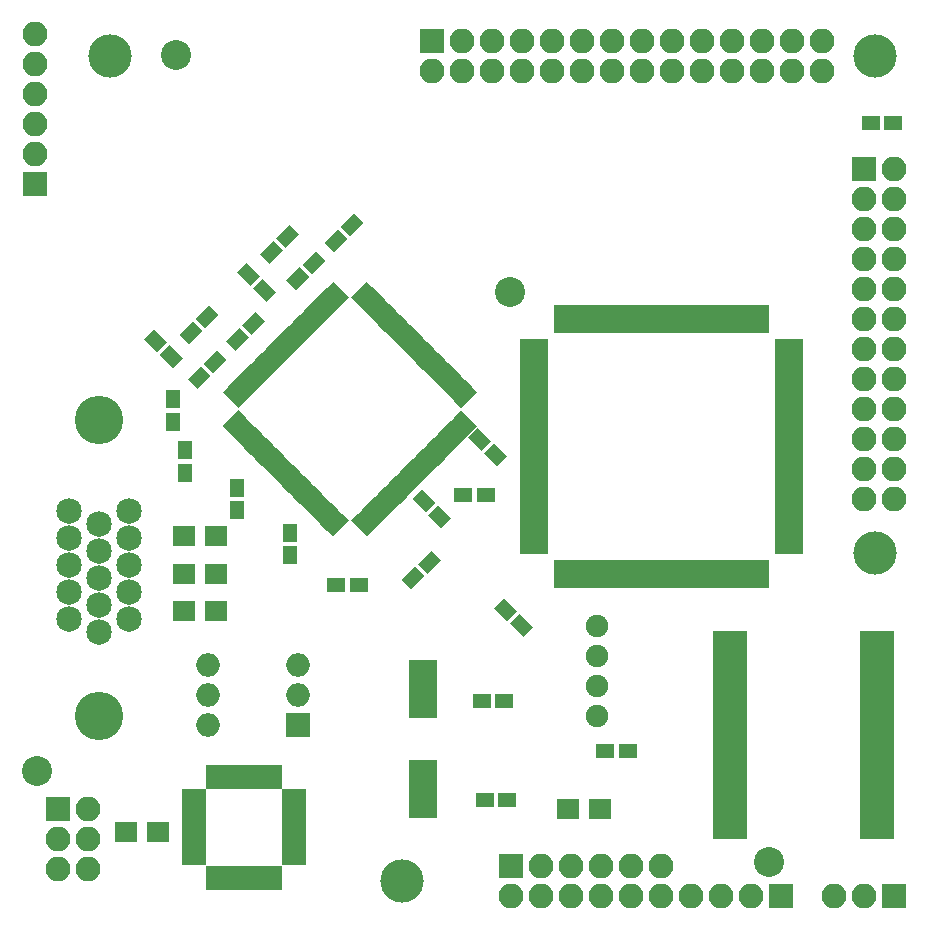
<source format=gts>
G04 #@! TF.FileFunction,Soldermask,Top*
%FSLAX46Y46*%
G04 Gerber Fmt 4.6, Leading zero omitted, Abs format (unit mm)*
G04 Created by KiCad (PCBNEW 4.0.6) date Tuesday, July 11, 2017 'AMt' 12:39:54 AM*
%MOMM*%
%LPD*%
G01*
G04 APERTURE LIST*
%ADD10C,0.100000*%
%ADD11C,4.100000*%
%ADD12C,2.160000*%
%ADD13C,2.540000*%
%ADD14R,1.150000X1.600000*%
%ADD15R,1.900000X1.700000*%
%ADD16R,2.000000X0.950000*%
%ADD17R,0.950000X2.000000*%
%ADD18R,2.917400X0.877000*%
%ADD19R,2.100000X2.100000*%
%ADD20O,2.100000X2.100000*%
%ADD21R,2.350000X0.650000*%
%ADD22R,0.650000X2.350000*%
%ADD23R,1.600000X1.150000*%
%ADD24R,2.400000X4.900000*%
%ADD25C,3.660000*%
%ADD26R,2.000000X2.000000*%
%ADD27O,2.000000X2.000000*%
%ADD28C,1.900000*%
G04 APERTURE END LIST*
D10*
D11*
X78105000Y-75265000D03*
X78105000Y-100255000D03*
D12*
X80645000Y-92075000D03*
X80645000Y-89785000D03*
X80645000Y-87495000D03*
X80645000Y-85205000D03*
X80645000Y-82915000D03*
X78105000Y-93215000D03*
X78105000Y-90925000D03*
X78105000Y-88635000D03*
X78105000Y-86345000D03*
X78105000Y-84055000D03*
X75565000Y-92075000D03*
X75565000Y-89785000D03*
X75565000Y-87495000D03*
X75565000Y-85205000D03*
X75565000Y-82915000D03*
D13*
X134899400Y-112687100D03*
X72892920Y-104950260D03*
X84670900Y-44310300D03*
D14*
X89852500Y-80965000D03*
X89852500Y-82865000D03*
X94297500Y-86675000D03*
X94297500Y-84775000D03*
X85407500Y-77790000D03*
X85407500Y-79690000D03*
D10*
G36*
X85222723Y-70020450D02*
X84409550Y-70833623D01*
X83278179Y-69702252D01*
X84091352Y-68889079D01*
X85222723Y-70020450D01*
X85222723Y-70020450D01*
G37*
G36*
X83879221Y-68676948D02*
X83066048Y-69490121D01*
X81934677Y-68358750D01*
X82747850Y-67545577D01*
X83879221Y-68676948D01*
X83879221Y-68676948D01*
G37*
D15*
X88027500Y-91440000D03*
X85327500Y-91440000D03*
X88027500Y-88265000D03*
X85327500Y-88265000D03*
X88027500Y-85090000D03*
X85327500Y-85090000D03*
X83138000Y-110109000D03*
X80438000Y-110109000D03*
X117839500Y-108140500D03*
X120539500Y-108140500D03*
D16*
X94674000Y-112528000D03*
X94674000Y-111728000D03*
X94674000Y-110928000D03*
X94674000Y-110128000D03*
X94674000Y-109328000D03*
X94674000Y-108528000D03*
X94674000Y-107728000D03*
X94674000Y-106928000D03*
D17*
X93224000Y-105478000D03*
X92424000Y-105478000D03*
X91624000Y-105478000D03*
X90824000Y-105478000D03*
X90024000Y-105478000D03*
X89224000Y-105478000D03*
X88424000Y-105478000D03*
X87624000Y-105478000D03*
D16*
X86174000Y-106928000D03*
X86174000Y-107728000D03*
X86174000Y-108528000D03*
X86174000Y-109328000D03*
X86174000Y-110128000D03*
X86174000Y-110928000D03*
X86174000Y-111728000D03*
X86174000Y-112528000D03*
D17*
X87624000Y-113978000D03*
X88424000Y-113978000D03*
X89224000Y-113978000D03*
X90024000Y-113978000D03*
X90824000Y-113978000D03*
X91624000Y-113978000D03*
X92424000Y-113978000D03*
X93224000Y-113978000D03*
D18*
X144009000Y-110294000D03*
X144009000Y-109494000D03*
X144009000Y-108694000D03*
X144009000Y-107894000D03*
X144009000Y-107094000D03*
X144009000Y-106294000D03*
X144009000Y-105494000D03*
X144009000Y-104694000D03*
X144009000Y-103894000D03*
X144009000Y-103094000D03*
X144009000Y-102294000D03*
X144009000Y-101494000D03*
X144009000Y-100694000D03*
X144009000Y-99894000D03*
X144009000Y-99094000D03*
X144009000Y-98294000D03*
X144009000Y-97494000D03*
X144009000Y-96694000D03*
X144009000Y-95894000D03*
X144009000Y-95094000D03*
X144009000Y-94294000D03*
X144009000Y-93494000D03*
X131590920Y-93494000D03*
X131590920Y-94294000D03*
X131590920Y-95094000D03*
X131590920Y-95894000D03*
X131590920Y-96694000D03*
X131590920Y-97494000D03*
X131590920Y-98294000D03*
X131590920Y-99094000D03*
X131590920Y-99894000D03*
X131590920Y-100694000D03*
X131590920Y-101494000D03*
X131590920Y-102294000D03*
X131590920Y-103094000D03*
X131590920Y-103894000D03*
X131590920Y-104694000D03*
X131590920Y-105494000D03*
X131590920Y-106294000D03*
X131590920Y-107094000D03*
X131590920Y-107894000D03*
X131590920Y-108694000D03*
X131590920Y-109494000D03*
X131590920Y-110294000D03*
D19*
X142875000Y-53975000D03*
D20*
X145415000Y-53975000D03*
X142875000Y-56515000D03*
X145415000Y-56515000D03*
X142875000Y-59055000D03*
X145415000Y-59055000D03*
X142875000Y-61595000D03*
X145415000Y-61595000D03*
X142875000Y-64135000D03*
X145415000Y-64135000D03*
X142875000Y-66675000D03*
X145415000Y-66675000D03*
X142875000Y-69215000D03*
X145415000Y-69215000D03*
X142875000Y-71755000D03*
X145415000Y-71755000D03*
X142875000Y-74295000D03*
X145415000Y-74295000D03*
X142875000Y-76835000D03*
X145415000Y-76835000D03*
X142875000Y-79375000D03*
X145415000Y-79375000D03*
X142875000Y-81915000D03*
X145415000Y-81915000D03*
D19*
X74676000Y-108204000D03*
D20*
X77216000Y-108204000D03*
X74676000Y-110744000D03*
X77216000Y-110744000D03*
X74676000Y-113284000D03*
X77216000Y-113284000D03*
D19*
X135890000Y-115570000D03*
D20*
X133350000Y-115570000D03*
X130810000Y-115570000D03*
X128270000Y-115570000D03*
X125730000Y-115570000D03*
X123190000Y-115570000D03*
X120650000Y-115570000D03*
X118110000Y-115570000D03*
X115570000Y-115570000D03*
X113030000Y-115570000D03*
D21*
X114930000Y-68720000D03*
X114930000Y-69220000D03*
X114930000Y-69720000D03*
X114930000Y-70220000D03*
X114930000Y-70720000D03*
X114930000Y-71220000D03*
X114930000Y-71720000D03*
X114930000Y-72220000D03*
X114930000Y-72720000D03*
X114930000Y-73220000D03*
X114930000Y-73720000D03*
X114930000Y-74220000D03*
X114930000Y-74720000D03*
X114930000Y-75220000D03*
X114930000Y-75720000D03*
X114930000Y-76220000D03*
X114930000Y-76720000D03*
X114930000Y-77220000D03*
X114930000Y-77720000D03*
X114930000Y-78220000D03*
X114930000Y-78720000D03*
X114930000Y-79220000D03*
X114930000Y-79720000D03*
X114930000Y-80220000D03*
X114930000Y-80720000D03*
X114930000Y-81220000D03*
X114930000Y-81720000D03*
X114930000Y-82220000D03*
X114930000Y-82720000D03*
X114930000Y-83220000D03*
X114930000Y-83720000D03*
X114930000Y-84220000D03*
X114930000Y-84720000D03*
X114930000Y-85220000D03*
X114930000Y-85720000D03*
X114930000Y-86220000D03*
D22*
X116980000Y-88270000D03*
X117480000Y-88270000D03*
X117980000Y-88270000D03*
X118480000Y-88270000D03*
X118980000Y-88270000D03*
X119480000Y-88270000D03*
X119980000Y-88270000D03*
X120480000Y-88270000D03*
X120980000Y-88270000D03*
X121480000Y-88270000D03*
X121980000Y-88270000D03*
X122480000Y-88270000D03*
X122980000Y-88270000D03*
X123480000Y-88270000D03*
X123980000Y-88270000D03*
X124480000Y-88270000D03*
X124980000Y-88270000D03*
X125480000Y-88270000D03*
X125980000Y-88270000D03*
X126480000Y-88270000D03*
X126980000Y-88270000D03*
X127480000Y-88270000D03*
X127980000Y-88270000D03*
X128480000Y-88270000D03*
X128980000Y-88270000D03*
X129480000Y-88270000D03*
X129980000Y-88270000D03*
X130480000Y-88270000D03*
X130980000Y-88270000D03*
X131480000Y-88270000D03*
X131980000Y-88270000D03*
X132480000Y-88270000D03*
X132980000Y-88270000D03*
X133480000Y-88270000D03*
X133980000Y-88270000D03*
X134480000Y-88270000D03*
D21*
X136530000Y-86220000D03*
X136530000Y-85720000D03*
X136530000Y-85220000D03*
X136530000Y-84720000D03*
X136530000Y-84220000D03*
X136530000Y-83720000D03*
X136530000Y-83220000D03*
X136530000Y-82720000D03*
X136530000Y-82220000D03*
X136530000Y-81720000D03*
X136530000Y-81220000D03*
X136530000Y-80720000D03*
X136530000Y-80220000D03*
X136530000Y-79720000D03*
X136530000Y-79220000D03*
X136530000Y-78720000D03*
X136530000Y-78220000D03*
X136530000Y-77720000D03*
X136530000Y-77220000D03*
X136530000Y-76720000D03*
X136530000Y-76220000D03*
X136530000Y-75720000D03*
X136530000Y-75220000D03*
X136530000Y-74720000D03*
X136530000Y-74220000D03*
X136530000Y-73720000D03*
X136530000Y-73220000D03*
X136530000Y-72720000D03*
X136530000Y-72220000D03*
X136530000Y-71720000D03*
X136530000Y-71220000D03*
X136530000Y-70720000D03*
X136530000Y-70220000D03*
X136530000Y-69720000D03*
X136530000Y-69220000D03*
X136530000Y-68720000D03*
D22*
X134480000Y-66670000D03*
X133980000Y-66670000D03*
X133480000Y-66670000D03*
X132980000Y-66670000D03*
X132480000Y-66670000D03*
X131980000Y-66670000D03*
X131480000Y-66670000D03*
X130980000Y-66670000D03*
X130480000Y-66670000D03*
X129980000Y-66670000D03*
X129480000Y-66670000D03*
X128980000Y-66670000D03*
X128480000Y-66670000D03*
X127980000Y-66670000D03*
X127480000Y-66670000D03*
X126980000Y-66670000D03*
X126480000Y-66670000D03*
X125980000Y-66670000D03*
X125480000Y-66670000D03*
X124980000Y-66670000D03*
X124480000Y-66670000D03*
X123980000Y-66670000D03*
X123480000Y-66670000D03*
X122980000Y-66670000D03*
X122480000Y-66670000D03*
X121980000Y-66670000D03*
X121480000Y-66670000D03*
X120980000Y-66670000D03*
X120480000Y-66670000D03*
X119980000Y-66670000D03*
X119480000Y-66670000D03*
X118980000Y-66670000D03*
X118480000Y-66670000D03*
X117980000Y-66670000D03*
X117480000Y-66670000D03*
X116980000Y-66670000D03*
D23*
X110893900Y-81559400D03*
X108993900Y-81559400D03*
D10*
G36*
X89834077Y-62745350D02*
X90647250Y-61932177D01*
X91778621Y-63063548D01*
X90965448Y-63876721D01*
X89834077Y-62745350D01*
X89834077Y-62745350D01*
G37*
G36*
X91177579Y-64088852D02*
X91990752Y-63275679D01*
X93122123Y-64407050D01*
X92308950Y-65220223D01*
X91177579Y-64088852D01*
X91177579Y-64088852D01*
G37*
G36*
X87406750Y-65538977D02*
X88219923Y-66352150D01*
X87088552Y-67483521D01*
X86275379Y-66670348D01*
X87406750Y-65538977D01*
X87406750Y-65538977D01*
G37*
G36*
X86063248Y-66882479D02*
X86876421Y-67695652D01*
X85745050Y-68827023D01*
X84931877Y-68013850D01*
X86063248Y-66882479D01*
X86063248Y-66882479D01*
G37*
G36*
X92552250Y-61994423D02*
X91739077Y-61181250D01*
X92870448Y-60049879D01*
X93683621Y-60863052D01*
X92552250Y-61994423D01*
X92552250Y-61994423D01*
G37*
G36*
X93895752Y-60650921D02*
X93082579Y-59837748D01*
X94213950Y-58706377D01*
X95027123Y-59519550D01*
X93895752Y-60650921D01*
X93895752Y-60650921D01*
G37*
D14*
X84391500Y-75372000D03*
X84391500Y-73472000D03*
D10*
G36*
X86456250Y-72611623D02*
X85643077Y-71798450D01*
X86774448Y-70667079D01*
X87587621Y-71480252D01*
X86456250Y-72611623D01*
X86456250Y-72611623D01*
G37*
G36*
X87799752Y-71268121D02*
X86986579Y-70454948D01*
X88117950Y-69323577D01*
X88931123Y-70136750D01*
X87799752Y-71268121D01*
X87799752Y-71268121D01*
G37*
G36*
X89682050Y-69360423D02*
X88868877Y-68547250D01*
X90000248Y-67415879D01*
X90813421Y-68229052D01*
X89682050Y-69360423D01*
X89682050Y-69360423D01*
G37*
G36*
X91025552Y-68016921D02*
X90212379Y-67203748D01*
X91343750Y-66072377D01*
X92156923Y-66885550D01*
X91025552Y-68016921D01*
X91025552Y-68016921D01*
G37*
G36*
X104654977Y-81909650D02*
X105468150Y-81096477D01*
X106599521Y-82227848D01*
X105786348Y-83041021D01*
X104654977Y-81909650D01*
X104654977Y-81909650D01*
G37*
G36*
X105998479Y-83253152D02*
X106811652Y-82439979D01*
X107943023Y-83571350D01*
X107129850Y-84384523D01*
X105998479Y-83253152D01*
X105998479Y-83253152D01*
G37*
G36*
X112680123Y-78351650D02*
X111866950Y-79164823D01*
X110735579Y-78033452D01*
X111548752Y-77220279D01*
X112680123Y-78351650D01*
X112680123Y-78351650D01*
G37*
G36*
X111336621Y-77008148D02*
X110523448Y-77821321D01*
X109392077Y-76689950D01*
X110205250Y-75876777D01*
X111336621Y-77008148D01*
X111336621Y-77008148D01*
G37*
G36*
X104579150Y-89578823D02*
X103765977Y-88765650D01*
X104897348Y-87634279D01*
X105710521Y-88447452D01*
X104579150Y-89578823D01*
X104579150Y-89578823D01*
G37*
G36*
X105922652Y-88235321D02*
X105109479Y-87422148D01*
X106240850Y-86290777D01*
X107054023Y-87103950D01*
X105922652Y-88235321D01*
X105922652Y-88235321D01*
G37*
D23*
X98237000Y-89242900D03*
X100137000Y-89242900D03*
D10*
G36*
X98038650Y-61029223D02*
X97225477Y-60216050D01*
X98356848Y-59084679D01*
X99170021Y-59897852D01*
X98038650Y-61029223D01*
X98038650Y-61029223D01*
G37*
G36*
X99382152Y-59685721D02*
X98568979Y-58872548D01*
X99700350Y-57741177D01*
X100513523Y-58554350D01*
X99382152Y-59685721D01*
X99382152Y-59685721D01*
G37*
G36*
X96474550Y-60941577D02*
X97287723Y-61754750D01*
X96156352Y-62886121D01*
X95343179Y-62072948D01*
X96474550Y-60941577D01*
X96474550Y-60941577D01*
G37*
G36*
X95131048Y-62285079D02*
X95944221Y-63098252D01*
X94812850Y-64229623D01*
X93999677Y-63416450D01*
X95131048Y-62285079D01*
X95131048Y-62285079D01*
G37*
D19*
X113030000Y-113030000D03*
D20*
X115570000Y-113030000D03*
X118110000Y-113030000D03*
X120650000Y-113030000D03*
X123190000Y-113030000D03*
X125730000Y-113030000D03*
D23*
X110810000Y-107378500D03*
X112710000Y-107378500D03*
X110556000Y-99060000D03*
X112456000Y-99060000D03*
D24*
X105537000Y-106485000D03*
X105537000Y-97985000D03*
D19*
X145415000Y-115570000D03*
D20*
X142875000Y-115570000D03*
X140335000Y-115570000D03*
D23*
X145361700Y-50088800D03*
X143461700Y-50088800D03*
X120982700Y-103276400D03*
X122882700Y-103276400D03*
D19*
X72707500Y-55245000D03*
D20*
X72707500Y-52705000D03*
X72707500Y-50165000D03*
X72707500Y-47625000D03*
X72707500Y-45085000D03*
X72707500Y-42545000D03*
D25*
X143827500Y-86512400D03*
D19*
X106362500Y-43180000D03*
D20*
X106362500Y-45720000D03*
X108902500Y-43180000D03*
X108902500Y-45720000D03*
X111442500Y-43180000D03*
X111442500Y-45720000D03*
X113982500Y-43180000D03*
X113982500Y-45720000D03*
X116522500Y-43180000D03*
X116522500Y-45720000D03*
X119062500Y-43180000D03*
X119062500Y-45720000D03*
X121602500Y-43180000D03*
X121602500Y-45720000D03*
X124142500Y-43180000D03*
X124142500Y-45720000D03*
X126682500Y-43180000D03*
X126682500Y-45720000D03*
X129222500Y-43180000D03*
X129222500Y-45720000D03*
X131762500Y-43180000D03*
X131762500Y-45720000D03*
X134302500Y-43180000D03*
X134302500Y-45720000D03*
X136842500Y-43180000D03*
X136842500Y-45720000D03*
X139382500Y-43180000D03*
X139382500Y-45720000D03*
D25*
X143827500Y-44450000D03*
X79057500Y-44450000D03*
X103822500Y-114300000D03*
D10*
G36*
X114864523Y-92778850D02*
X114051350Y-93592023D01*
X112919979Y-92460652D01*
X113733152Y-91647479D01*
X114864523Y-92778850D01*
X114864523Y-92778850D01*
G37*
G36*
X113521021Y-91435348D02*
X112707848Y-92248521D01*
X111576477Y-91117150D01*
X112389650Y-90303977D01*
X113521021Y-91435348D01*
X113521021Y-91435348D01*
G37*
D26*
X95008700Y-101041200D03*
D27*
X87388700Y-95961200D03*
X95008700Y-98501200D03*
X87388700Y-98501200D03*
X95008700Y-95961200D03*
X87388700Y-101041200D03*
D28*
X120332500Y-100330000D03*
X120332500Y-92710000D03*
X120332500Y-95250000D03*
X120332500Y-97790000D03*
D13*
X112928400Y-64427100D03*
D10*
G36*
X109559838Y-72244390D02*
X110160879Y-72845431D01*
X108817376Y-74188934D01*
X108216335Y-73587893D01*
X109559838Y-72244390D01*
X109559838Y-72244390D01*
G37*
G36*
X109100218Y-71784771D02*
X109701259Y-72385812D01*
X108357756Y-73729315D01*
X107756715Y-73128274D01*
X109100218Y-71784771D01*
X109100218Y-71784771D01*
G37*
G36*
X108640599Y-71325151D02*
X109241640Y-71926192D01*
X107898137Y-73269695D01*
X107297096Y-72668654D01*
X108640599Y-71325151D01*
X108640599Y-71325151D01*
G37*
G36*
X108180979Y-70865532D02*
X108782020Y-71466573D01*
X107438517Y-72810076D01*
X106837476Y-72209035D01*
X108180979Y-70865532D01*
X108180979Y-70865532D01*
G37*
G36*
X107721360Y-70405913D02*
X108322401Y-71006954D01*
X106978898Y-72350457D01*
X106377857Y-71749416D01*
X107721360Y-70405913D01*
X107721360Y-70405913D01*
G37*
G36*
X107261741Y-69946293D02*
X107862782Y-70547334D01*
X106519279Y-71890837D01*
X105918238Y-71289796D01*
X107261741Y-69946293D01*
X107261741Y-69946293D01*
G37*
G36*
X106802121Y-69486674D02*
X107403162Y-70087715D01*
X106059659Y-71431218D01*
X105458618Y-70830177D01*
X106802121Y-69486674D01*
X106802121Y-69486674D01*
G37*
G36*
X106342502Y-69027054D02*
X106943543Y-69628095D01*
X105600040Y-70971598D01*
X104998999Y-70370557D01*
X106342502Y-69027054D01*
X106342502Y-69027054D01*
G37*
G36*
X105882882Y-68567435D02*
X106483923Y-69168476D01*
X105140420Y-70511979D01*
X104539379Y-69910938D01*
X105882882Y-68567435D01*
X105882882Y-68567435D01*
G37*
G36*
X105423263Y-68107815D02*
X106024304Y-68708856D01*
X104680801Y-70052359D01*
X104079760Y-69451318D01*
X105423263Y-68107815D01*
X105423263Y-68107815D01*
G37*
G36*
X104963644Y-67648196D02*
X105564685Y-68249237D01*
X104221182Y-69592740D01*
X103620141Y-68991699D01*
X104963644Y-67648196D01*
X104963644Y-67648196D01*
G37*
G36*
X104504024Y-67188577D02*
X105105065Y-67789618D01*
X103761562Y-69133121D01*
X103160521Y-68532080D01*
X104504024Y-67188577D01*
X104504024Y-67188577D01*
G37*
G36*
X104044405Y-66728957D02*
X104645446Y-67329998D01*
X103301943Y-68673501D01*
X102700902Y-68072460D01*
X104044405Y-66728957D01*
X104044405Y-66728957D01*
G37*
G36*
X103584785Y-66269338D02*
X104185826Y-66870379D01*
X102842323Y-68213882D01*
X102241282Y-67612841D01*
X103584785Y-66269338D01*
X103584785Y-66269338D01*
G37*
G36*
X103125166Y-65809718D02*
X103726207Y-66410759D01*
X102382704Y-67754262D01*
X101781663Y-67153221D01*
X103125166Y-65809718D01*
X103125166Y-65809718D01*
G37*
G36*
X102665546Y-65350099D02*
X103266587Y-65951140D01*
X101923084Y-67294643D01*
X101322043Y-66693602D01*
X102665546Y-65350099D01*
X102665546Y-65350099D01*
G37*
G36*
X102205927Y-64890480D02*
X102806968Y-65491521D01*
X101463465Y-66835024D01*
X100862424Y-66233983D01*
X102205927Y-64890480D01*
X102205927Y-64890480D01*
G37*
G36*
X101746308Y-64430860D02*
X102347349Y-65031901D01*
X101003846Y-66375404D01*
X100402805Y-65774363D01*
X101746308Y-64430860D01*
X101746308Y-64430860D01*
G37*
G36*
X101286688Y-63971241D02*
X101887729Y-64572282D01*
X100544226Y-65915785D01*
X99943185Y-65314744D01*
X101286688Y-63971241D01*
X101286688Y-63971241D01*
G37*
G36*
X100827069Y-63511621D02*
X101428110Y-64112662D01*
X100084607Y-65456165D01*
X99483566Y-64855124D01*
X100827069Y-63511621D01*
X100827069Y-63511621D01*
G37*
G36*
X97326890Y-64112662D02*
X97927931Y-63511621D01*
X99271434Y-64855124D01*
X98670393Y-65456165D01*
X97326890Y-64112662D01*
X97326890Y-64112662D01*
G37*
G36*
X96867271Y-64572282D02*
X97468312Y-63971241D01*
X98811815Y-65314744D01*
X98210774Y-65915785D01*
X96867271Y-64572282D01*
X96867271Y-64572282D01*
G37*
G36*
X96407651Y-65031901D02*
X97008692Y-64430860D01*
X98352195Y-65774363D01*
X97751154Y-66375404D01*
X96407651Y-65031901D01*
X96407651Y-65031901D01*
G37*
G36*
X95948032Y-65491521D02*
X96549073Y-64890480D01*
X97892576Y-66233983D01*
X97291535Y-66835024D01*
X95948032Y-65491521D01*
X95948032Y-65491521D01*
G37*
G36*
X95488413Y-65951140D02*
X96089454Y-65350099D01*
X97432957Y-66693602D01*
X96831916Y-67294643D01*
X95488413Y-65951140D01*
X95488413Y-65951140D01*
G37*
G36*
X95028793Y-66410759D02*
X95629834Y-65809718D01*
X96973337Y-67153221D01*
X96372296Y-67754262D01*
X95028793Y-66410759D01*
X95028793Y-66410759D01*
G37*
G36*
X94569174Y-66870379D02*
X95170215Y-66269338D01*
X96513718Y-67612841D01*
X95912677Y-68213882D01*
X94569174Y-66870379D01*
X94569174Y-66870379D01*
G37*
G36*
X94109554Y-67329998D02*
X94710595Y-66728957D01*
X96054098Y-68072460D01*
X95453057Y-68673501D01*
X94109554Y-67329998D01*
X94109554Y-67329998D01*
G37*
G36*
X93649935Y-67789618D02*
X94250976Y-67188577D01*
X95594479Y-68532080D01*
X94993438Y-69133121D01*
X93649935Y-67789618D01*
X93649935Y-67789618D01*
G37*
G36*
X93190315Y-68249237D02*
X93791356Y-67648196D01*
X95134859Y-68991699D01*
X94533818Y-69592740D01*
X93190315Y-68249237D01*
X93190315Y-68249237D01*
G37*
G36*
X92730696Y-68708856D02*
X93331737Y-68107815D01*
X94675240Y-69451318D01*
X94074199Y-70052359D01*
X92730696Y-68708856D01*
X92730696Y-68708856D01*
G37*
G36*
X92271077Y-69168476D02*
X92872118Y-68567435D01*
X94215621Y-69910938D01*
X93614580Y-70511979D01*
X92271077Y-69168476D01*
X92271077Y-69168476D01*
G37*
G36*
X91811457Y-69628095D02*
X92412498Y-69027054D01*
X93756001Y-70370557D01*
X93154960Y-70971598D01*
X91811457Y-69628095D01*
X91811457Y-69628095D01*
G37*
G36*
X91351838Y-70087715D02*
X91952879Y-69486674D01*
X93296382Y-70830177D01*
X92695341Y-71431218D01*
X91351838Y-70087715D01*
X91351838Y-70087715D01*
G37*
G36*
X90892218Y-70547334D02*
X91493259Y-69946293D01*
X92836762Y-71289796D01*
X92235721Y-71890837D01*
X90892218Y-70547334D01*
X90892218Y-70547334D01*
G37*
G36*
X90432599Y-71006954D02*
X91033640Y-70405913D01*
X92377143Y-71749416D01*
X91776102Y-72350457D01*
X90432599Y-71006954D01*
X90432599Y-71006954D01*
G37*
G36*
X89972980Y-71466573D02*
X90574021Y-70865532D01*
X91917524Y-72209035D01*
X91316483Y-72810076D01*
X89972980Y-71466573D01*
X89972980Y-71466573D01*
G37*
G36*
X89513360Y-71926192D02*
X90114401Y-71325151D01*
X91457904Y-72668654D01*
X90856863Y-73269695D01*
X89513360Y-71926192D01*
X89513360Y-71926192D01*
G37*
G36*
X89053741Y-72385812D02*
X89654782Y-71784771D01*
X90998285Y-73128274D01*
X90397244Y-73729315D01*
X89053741Y-72385812D01*
X89053741Y-72385812D01*
G37*
G36*
X88594121Y-72845431D02*
X89195162Y-72244390D01*
X90538665Y-73587893D01*
X89937624Y-74188934D01*
X88594121Y-72845431D01*
X88594121Y-72845431D01*
G37*
G36*
X89937624Y-74401066D02*
X90538665Y-75002107D01*
X89195162Y-76345610D01*
X88594121Y-75744569D01*
X89937624Y-74401066D01*
X89937624Y-74401066D01*
G37*
G36*
X90397244Y-74860685D02*
X90998285Y-75461726D01*
X89654782Y-76805229D01*
X89053741Y-76204188D01*
X90397244Y-74860685D01*
X90397244Y-74860685D01*
G37*
G36*
X90856863Y-75320305D02*
X91457904Y-75921346D01*
X90114401Y-77264849D01*
X89513360Y-76663808D01*
X90856863Y-75320305D01*
X90856863Y-75320305D01*
G37*
G36*
X91316483Y-75779924D02*
X91917524Y-76380965D01*
X90574021Y-77724468D01*
X89972980Y-77123427D01*
X91316483Y-75779924D01*
X91316483Y-75779924D01*
G37*
G36*
X91776102Y-76239543D02*
X92377143Y-76840584D01*
X91033640Y-78184087D01*
X90432599Y-77583046D01*
X91776102Y-76239543D01*
X91776102Y-76239543D01*
G37*
G36*
X92235721Y-76699163D02*
X92836762Y-77300204D01*
X91493259Y-78643707D01*
X90892218Y-78042666D01*
X92235721Y-76699163D01*
X92235721Y-76699163D01*
G37*
G36*
X92695341Y-77158782D02*
X93296382Y-77759823D01*
X91952879Y-79103326D01*
X91351838Y-78502285D01*
X92695341Y-77158782D01*
X92695341Y-77158782D01*
G37*
G36*
X93154960Y-77618402D02*
X93756001Y-78219443D01*
X92412498Y-79562946D01*
X91811457Y-78961905D01*
X93154960Y-77618402D01*
X93154960Y-77618402D01*
G37*
G36*
X93614580Y-78078021D02*
X94215621Y-78679062D01*
X92872118Y-80022565D01*
X92271077Y-79421524D01*
X93614580Y-78078021D01*
X93614580Y-78078021D01*
G37*
G36*
X94074199Y-78537641D02*
X94675240Y-79138682D01*
X93331737Y-80482185D01*
X92730696Y-79881144D01*
X94074199Y-78537641D01*
X94074199Y-78537641D01*
G37*
G36*
X94533818Y-78997260D02*
X95134859Y-79598301D01*
X93791356Y-80941804D01*
X93190315Y-80340763D01*
X94533818Y-78997260D01*
X94533818Y-78997260D01*
G37*
G36*
X94993438Y-79456879D02*
X95594479Y-80057920D01*
X94250976Y-81401423D01*
X93649935Y-80800382D01*
X94993438Y-79456879D01*
X94993438Y-79456879D01*
G37*
G36*
X95453057Y-79916499D02*
X96054098Y-80517540D01*
X94710595Y-81861043D01*
X94109554Y-81260002D01*
X95453057Y-79916499D01*
X95453057Y-79916499D01*
G37*
G36*
X95912677Y-80376118D02*
X96513718Y-80977159D01*
X95170215Y-82320662D01*
X94569174Y-81719621D01*
X95912677Y-80376118D01*
X95912677Y-80376118D01*
G37*
G36*
X96372296Y-80835738D02*
X96973337Y-81436779D01*
X95629834Y-82780282D01*
X95028793Y-82179241D01*
X96372296Y-80835738D01*
X96372296Y-80835738D01*
G37*
G36*
X96831916Y-81295357D02*
X97432957Y-81896398D01*
X96089454Y-83239901D01*
X95488413Y-82638860D01*
X96831916Y-81295357D01*
X96831916Y-81295357D01*
G37*
G36*
X97291535Y-81754976D02*
X97892576Y-82356017D01*
X96549073Y-83699520D01*
X95948032Y-83098479D01*
X97291535Y-81754976D01*
X97291535Y-81754976D01*
G37*
G36*
X97751154Y-82214596D02*
X98352195Y-82815637D01*
X97008692Y-84159140D01*
X96407651Y-83558099D01*
X97751154Y-82214596D01*
X97751154Y-82214596D01*
G37*
G36*
X98210774Y-82674215D02*
X98811815Y-83275256D01*
X97468312Y-84618759D01*
X96867271Y-84017718D01*
X98210774Y-82674215D01*
X98210774Y-82674215D01*
G37*
G36*
X98670393Y-83133835D02*
X99271434Y-83734876D01*
X97927931Y-85078379D01*
X97326890Y-84477338D01*
X98670393Y-83133835D01*
X98670393Y-83133835D01*
G37*
G36*
X99483566Y-83734876D02*
X100084607Y-83133835D01*
X101428110Y-84477338D01*
X100827069Y-85078379D01*
X99483566Y-83734876D01*
X99483566Y-83734876D01*
G37*
G36*
X99943185Y-83275256D02*
X100544226Y-82674215D01*
X101887729Y-84017718D01*
X101286688Y-84618759D01*
X99943185Y-83275256D01*
X99943185Y-83275256D01*
G37*
G36*
X100402805Y-82815637D02*
X101003846Y-82214596D01*
X102347349Y-83558099D01*
X101746308Y-84159140D01*
X100402805Y-82815637D01*
X100402805Y-82815637D01*
G37*
G36*
X100862424Y-82356017D02*
X101463465Y-81754976D01*
X102806968Y-83098479D01*
X102205927Y-83699520D01*
X100862424Y-82356017D01*
X100862424Y-82356017D01*
G37*
G36*
X101322043Y-81896398D02*
X101923084Y-81295357D01*
X103266587Y-82638860D01*
X102665546Y-83239901D01*
X101322043Y-81896398D01*
X101322043Y-81896398D01*
G37*
G36*
X101781663Y-81436779D02*
X102382704Y-80835738D01*
X103726207Y-82179241D01*
X103125166Y-82780282D01*
X101781663Y-81436779D01*
X101781663Y-81436779D01*
G37*
G36*
X102241282Y-80977159D02*
X102842323Y-80376118D01*
X104185826Y-81719621D01*
X103584785Y-82320662D01*
X102241282Y-80977159D01*
X102241282Y-80977159D01*
G37*
G36*
X102700902Y-80517540D02*
X103301943Y-79916499D01*
X104645446Y-81260002D01*
X104044405Y-81861043D01*
X102700902Y-80517540D01*
X102700902Y-80517540D01*
G37*
G36*
X103160521Y-80057920D02*
X103761562Y-79456879D01*
X105105065Y-80800382D01*
X104504024Y-81401423D01*
X103160521Y-80057920D01*
X103160521Y-80057920D01*
G37*
G36*
X103620141Y-79598301D02*
X104221182Y-78997260D01*
X105564685Y-80340763D01*
X104963644Y-80941804D01*
X103620141Y-79598301D01*
X103620141Y-79598301D01*
G37*
G36*
X104079760Y-79138682D02*
X104680801Y-78537641D01*
X106024304Y-79881144D01*
X105423263Y-80482185D01*
X104079760Y-79138682D01*
X104079760Y-79138682D01*
G37*
G36*
X104539379Y-78679062D02*
X105140420Y-78078021D01*
X106483923Y-79421524D01*
X105882882Y-80022565D01*
X104539379Y-78679062D01*
X104539379Y-78679062D01*
G37*
G36*
X104998999Y-78219443D02*
X105600040Y-77618402D01*
X106943543Y-78961905D01*
X106342502Y-79562946D01*
X104998999Y-78219443D01*
X104998999Y-78219443D01*
G37*
G36*
X105458618Y-77759823D02*
X106059659Y-77158782D01*
X107403162Y-78502285D01*
X106802121Y-79103326D01*
X105458618Y-77759823D01*
X105458618Y-77759823D01*
G37*
G36*
X105918238Y-77300204D02*
X106519279Y-76699163D01*
X107862782Y-78042666D01*
X107261741Y-78643707D01*
X105918238Y-77300204D01*
X105918238Y-77300204D01*
G37*
G36*
X106377857Y-76840584D02*
X106978898Y-76239543D01*
X108322401Y-77583046D01*
X107721360Y-78184087D01*
X106377857Y-76840584D01*
X106377857Y-76840584D01*
G37*
G36*
X106837476Y-76380965D02*
X107438517Y-75779924D01*
X108782020Y-77123427D01*
X108180979Y-77724468D01*
X106837476Y-76380965D01*
X106837476Y-76380965D01*
G37*
G36*
X107297096Y-75921346D02*
X107898137Y-75320305D01*
X109241640Y-76663808D01*
X108640599Y-77264849D01*
X107297096Y-75921346D01*
X107297096Y-75921346D01*
G37*
G36*
X107756715Y-75461726D02*
X108357756Y-74860685D01*
X109701259Y-76204188D01*
X109100218Y-76805229D01*
X107756715Y-75461726D01*
X107756715Y-75461726D01*
G37*
G36*
X108216335Y-75002107D02*
X108817376Y-74401066D01*
X110160879Y-75744569D01*
X109559838Y-76345610D01*
X108216335Y-75002107D01*
X108216335Y-75002107D01*
G37*
M02*

</source>
